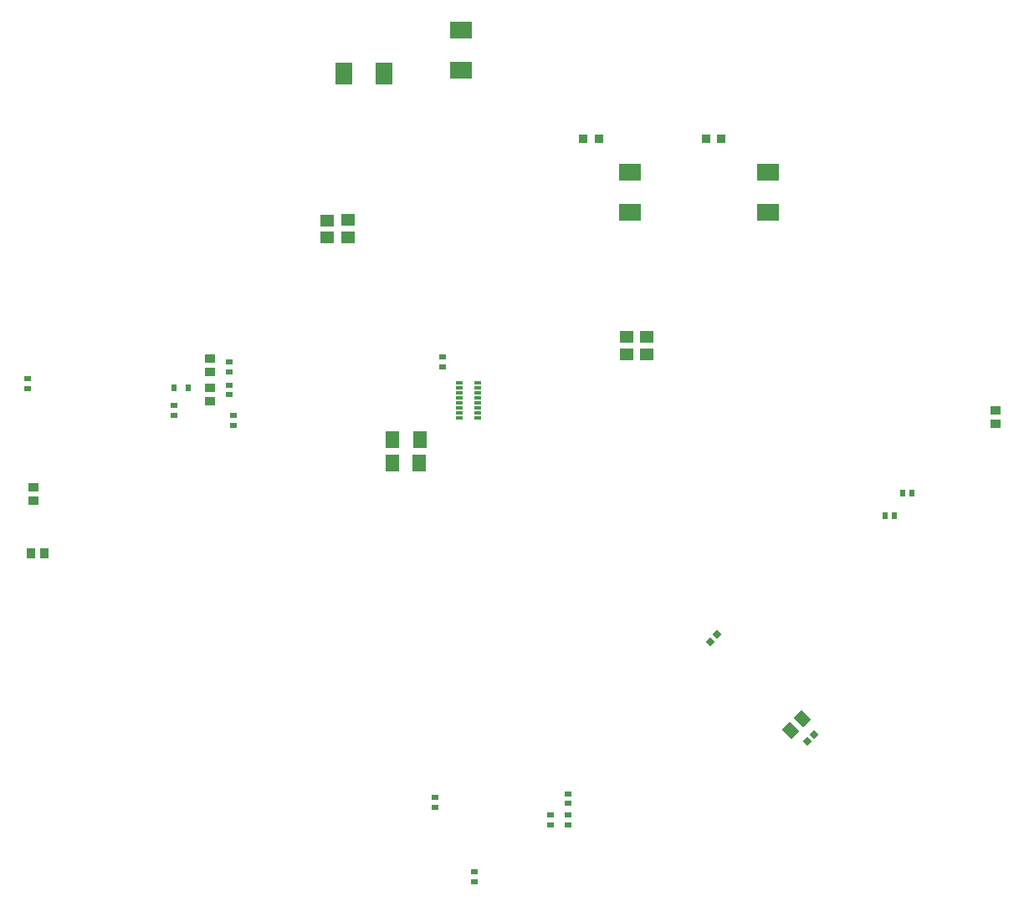
<source format=gbp>
G04*
G04 #@! TF.GenerationSoftware,Altium Limited,Altium Designer,20.0.11 (256)*
G04*
G04 Layer_Color=128*
%FSLAX25Y25*%
%MOIN*%
G70*
G01*
G75*
%ADD23R,0.02756X0.02362*%
%ADD24R,0.02362X0.02756*%
%ADD27R,0.03347X0.03347*%
%ADD40R,0.03543X0.03937*%
%ADD41R,0.03937X0.03543*%
%ADD50R,0.05512X0.04528*%
%ADD55R,0.05512X0.07087*%
%ADD155R,0.03000X0.01400*%
%ADD156R,0.08500X0.07000*%
G04:AMPARAMS|DCode=157|XSize=55.12mil|YSize=45.28mil|CornerRadius=0mil|HoleSize=0mil|Usage=FLASHONLY|Rotation=135.000|XOffset=0mil|YOffset=0mil|HoleType=Round|Shape=Rectangle|*
%AMROTATEDRECTD157*
4,1,4,0.03550,-0.00348,0.00348,-0.03550,-0.03550,0.00348,-0.00348,0.03550,0.03550,-0.00348,0.0*
%
%ADD157ROTATEDRECTD157*%

G04:AMPARAMS|DCode=158|XSize=23.62mil|YSize=27.56mil|CornerRadius=0mil|HoleSize=0mil|Usage=FLASHONLY|Rotation=225.000|XOffset=0mil|YOffset=0mil|HoleType=Round|Shape=Rectangle|*
%AMROTATEDRECTD158*
4,1,4,-0.00139,0.01810,0.01810,-0.00139,0.00139,-0.01810,-0.01810,0.00139,-0.00139,0.01810,0.0*
%
%ADD158ROTATEDRECTD158*%

%ADD159R,0.02362X0.03150*%
%ADD160R,0.07000X0.08500*%
D23*
X149606Y-51181D02*
D03*
Y-55118D02*
D03*
X165354Y-84646D02*
D03*
Y-80709D02*
D03*
X67717Y109449D02*
D03*
Y113386D02*
D03*
X152559Y120472D02*
D03*
Y124409D02*
D03*
X67717Y122441D02*
D03*
Y118504D02*
D03*
X69291Y101181D02*
D03*
Y97244D02*
D03*
X45669Y101181D02*
D03*
Y105118D02*
D03*
X202756Y-62205D02*
D03*
Y-58268D02*
D03*
Y-53543D02*
D03*
Y-49606D02*
D03*
X195669Y-58268D02*
D03*
Y-62205D02*
D03*
X-12598Y111811D02*
D03*
Y115748D02*
D03*
D24*
X335827Y70079D02*
D03*
X339764D02*
D03*
X332795Y61063D02*
D03*
X328858D02*
D03*
D27*
X208721Y211614D02*
D03*
X214824D02*
D03*
X263721D02*
D03*
X257619D02*
D03*
D40*
X-11319Y46063D02*
D03*
X-6004D02*
D03*
D41*
X372835Y103150D02*
D03*
Y97835D02*
D03*
X59842Y118504D02*
D03*
Y123819D02*
D03*
X59842Y112205D02*
D03*
Y106890D02*
D03*
X-10236Y72638D02*
D03*
Y67323D02*
D03*
D50*
X106693Y172106D02*
D03*
Y178996D02*
D03*
X114961Y172205D02*
D03*
Y179095D02*
D03*
X233858Y132421D02*
D03*
Y125531D02*
D03*
X225984Y132421D02*
D03*
Y125532D02*
D03*
D55*
X132775Y91536D02*
D03*
X143602D02*
D03*
X132480Y82087D02*
D03*
X143307D02*
D03*
D155*
X166749Y100173D02*
D03*
Y102173D02*
D03*
Y104173D02*
D03*
Y106173D02*
D03*
Y108173D02*
D03*
Y110173D02*
D03*
Y112173D02*
D03*
Y114173D02*
D03*
X159449D02*
D03*
Y112173D02*
D03*
Y110173D02*
D03*
Y108173D02*
D03*
Y106173D02*
D03*
Y104173D02*
D03*
Y102173D02*
D03*
Y100173D02*
D03*
D156*
X282284Y182284D02*
D03*
Y198284D02*
D03*
X227165Y182284D02*
D03*
Y198284D02*
D03*
X159843Y238976D02*
D03*
Y254976D02*
D03*
D157*
X296063Y-19685D02*
D03*
X291191Y-24557D02*
D03*
D158*
X298004Y-28768D02*
D03*
X300787Y-25984D02*
D03*
X262125Y13736D02*
D03*
X259341Y10952D02*
D03*
D159*
X51181Y112205D02*
D03*
X45669D02*
D03*
D160*
X129360Y237402D02*
D03*
X113360D02*
D03*
M02*

</source>
